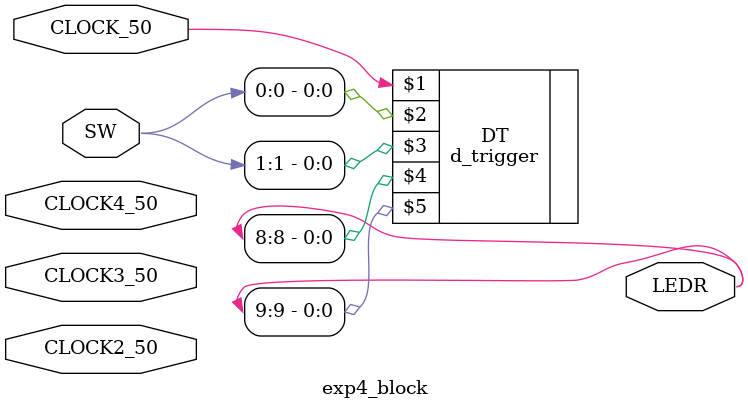
<source format=v>


module exp4_block(

	//////////// CLOCK //////////
	input 		          		CLOCK2_50,
	input 		          		CLOCK3_50,
	input 		          		CLOCK4_50,
	input 		          		CLOCK_50,

	//////////// SW //////////
	input 		     [9:0]		SW,

	//////////// LED //////////
	output		     [9:0]		LEDR
);



//=======================================================
//  REG/WIRE declarations
//=======================================================

d_trigger DT(CLOCK_50,SW[0],SW[1],LEDR[8],LEDR[9]);


//=======================================================
//  Structural coding
//=======================================================



endmodule

</source>
